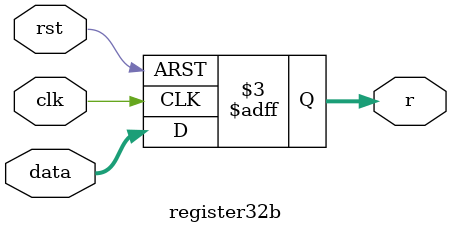
<source format=v>
`timescale 1ns / 1ps

module register32b (r, rst, data, clk);
	output reg [31:0] r;
	input rst,clk;
	input [31:0] data;
    
    always @(posedge clk or negedge rst)
    begin
      if (rst==0)
	       begin
 	        r[31:0]= 32'b0;
         end
      else
        begin
          r[31:0]=data[31:0];
        end
    end

endmodule
</source>
